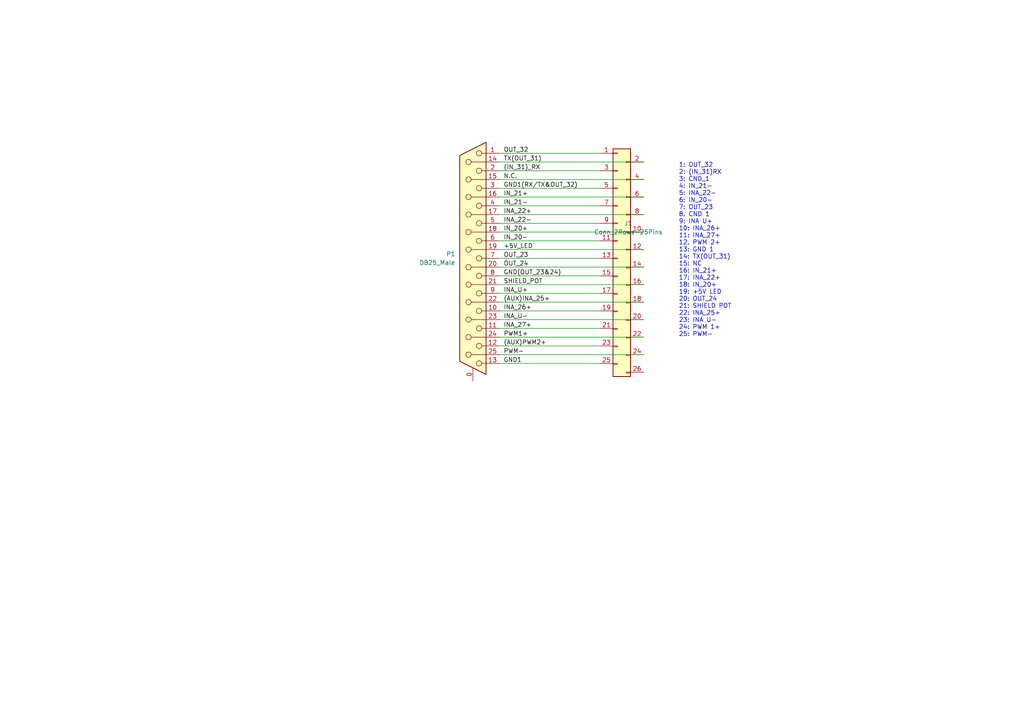
<source format=kicad_sch>
(kicad_sch (version 20230121) (generator eeschema)

  (uuid ce1d2711-1379-49b8-9e57-c2089d1aa167)

  (paper "A4")

  (lib_symbols
    (symbol "Connector:DB25_Receptacle_MountingHoles" (pin_names (offset 1.016) hide) (in_bom yes) (on_board yes)
      (property "Reference" "J" (at 0 36.83 0)
        (effects (font (size 1.27 1.27)))
      )
      (property "Value" "DB25_Receptacle_MountingHoles" (at 0 34.925 0)
        (effects (font (size 1.27 1.27)))
      )
      (property "Footprint" "" (at 0 0 0)
        (effects (font (size 1.27 1.27)) hide)
      )
      (property "Datasheet" " ~" (at 0 0 0)
        (effects (font (size 1.27 1.27)) hide)
      )
      (property "ki_keywords" "female receptacle D-SUB connector" (at 0 0 0)
        (effects (font (size 1.27 1.27)) hide)
      )
      (property "ki_description" "25-pin female receptacle socket D-SUB connector, Mounting Hole" (at 0 0 0)
        (effects (font (size 1.27 1.27)) hide)
      )
      (property "ki_fp_filters" "DSUB*Female*" (at 0 0 0)
        (effects (font (size 1.27 1.27)) hide)
      )
      (symbol "DB25_Receptacle_MountingHoles_0_1"
        (circle (center -1.778 -30.48) (radius 0.762)
          (stroke (width 0) (type default))
          (fill (type none))
        )
        (circle (center -1.778 -25.4) (radius 0.762)
          (stroke (width 0) (type default))
          (fill (type none))
        )
        (circle (center -1.778 -20.32) (radius 0.762)
          (stroke (width 0) (type default))
          (fill (type none))
        )
        (circle (center -1.778 -15.24) (radius 0.762)
          (stroke (width 0) (type default))
          (fill (type none))
        )
        (circle (center -1.778 -10.16) (radius 0.762)
          (stroke (width 0) (type default))
          (fill (type none))
        )
        (circle (center -1.778 -5.08) (radius 0.762)
          (stroke (width 0) (type default))
          (fill (type none))
        )
        (circle (center -1.778 0) (radius 0.762)
          (stroke (width 0) (type default))
          (fill (type none))
        )
        (circle (center -1.778 5.08) (radius 0.762)
          (stroke (width 0) (type default))
          (fill (type none))
        )
        (circle (center -1.778 10.16) (radius 0.762)
          (stroke (width 0) (type default))
          (fill (type none))
        )
        (circle (center -1.778 15.24) (radius 0.762)
          (stroke (width 0) (type default))
          (fill (type none))
        )
        (circle (center -1.778 20.32) (radius 0.762)
          (stroke (width 0) (type default))
          (fill (type none))
        )
        (circle (center -1.778 25.4) (radius 0.762)
          (stroke (width 0) (type default))
          (fill (type none))
        )
        (circle (center -1.778 30.48) (radius 0.762)
          (stroke (width 0) (type default))
          (fill (type none))
        )
        (polyline
          (pts
            (xy -3.81 -30.48)
            (xy -2.54 -30.48)
          )
          (stroke (width 0) (type default))
          (fill (type none))
        )
        (polyline
          (pts
            (xy -3.81 -27.94)
            (xy 0.508 -27.94)
          )
          (stroke (width 0) (type default))
          (fill (type none))
        )
        (polyline
          (pts
            (xy -3.81 -25.4)
            (xy -2.54 -25.4)
          )
          (stroke (width 0) (type default))
          (fill (type none))
        )
        (polyline
          (pts
            (xy -3.81 -22.86)
            (xy 0.508 -22.86)
          )
          (stroke (width 0) (type default))
          (fill (type none))
        )
        (polyline
          (pts
            (xy -3.81 -20.32)
            (xy -2.54 -20.32)
          )
          (stroke (width 0) (type default))
          (fill (type none))
        )
        (polyline
          (pts
            (xy -3.81 -17.78)
            (xy 0.508 -17.78)
          )
          (stroke (width 0) (type default))
          (fill (type none))
        )
        (polyline
          (pts
            (xy -3.81 -15.24)
            (xy -2.54 -15.24)
          )
          (stroke (width 0) (type default))
          (fill (type none))
        )
        (polyline
          (pts
            (xy -3.81 -12.7)
            (xy 0.508 -12.7)
          )
          (stroke (width 0) (type default))
          (fill (type none))
        )
        (polyline
          (pts
            (xy -3.81 -10.16)
            (xy -2.54 -10.16)
          )
          (stroke (width 0) (type default))
          (fill (type none))
        )
        (polyline
          (pts
            (xy -3.81 -7.62)
            (xy 0.508 -7.62)
          )
          (stroke (width 0) (type default))
          (fill (type none))
        )
        (polyline
          (pts
            (xy -3.81 -5.08)
            (xy -2.54 -5.08)
          )
          (stroke (width 0) (type default))
          (fill (type none))
        )
        (polyline
          (pts
            (xy -3.81 -2.54)
            (xy 0.508 -2.54)
          )
          (stroke (width 0) (type default))
          (fill (type none))
        )
        (polyline
          (pts
            (xy -3.81 0)
            (xy -2.54 0)
          )
          (stroke (width 0) (type default))
          (fill (type none))
        )
        (polyline
          (pts
            (xy -3.81 2.54)
            (xy 0.508 2.54)
          )
          (stroke (width 0) (type default))
          (fill (type none))
        )
        (polyline
          (pts
            (xy -3.81 5.08)
            (xy -2.54 5.08)
          )
          (stroke (width 0) (type default))
          (fill (type none))
        )
        (polyline
          (pts
            (xy -3.81 7.62)
            (xy 0.508 7.62)
          )
          (stroke (width 0) (type default))
          (fill (type none))
        )
        (polyline
          (pts
            (xy -3.81 10.16)
            (xy -2.54 10.16)
          )
          (stroke (width 0) (type default))
          (fill (type none))
        )
        (polyline
          (pts
            (xy -3.81 12.7)
            (xy 0.508 12.7)
          )
          (stroke (width 0) (type default))
          (fill (type none))
        )
        (polyline
          (pts
            (xy -3.81 15.24)
            (xy -2.54 15.24)
          )
          (stroke (width 0) (type default))
          (fill (type none))
        )
        (polyline
          (pts
            (xy -3.81 17.78)
            (xy 0.508 17.78)
          )
          (stroke (width 0) (type default))
          (fill (type none))
        )
        (polyline
          (pts
            (xy -3.81 20.32)
            (xy -2.54 20.32)
          )
          (stroke (width 0) (type default))
          (fill (type none))
        )
        (polyline
          (pts
            (xy -3.81 22.86)
            (xy 0.508 22.86)
          )
          (stroke (width 0) (type default))
          (fill (type none))
        )
        (polyline
          (pts
            (xy -3.81 25.4)
            (xy -2.54 25.4)
          )
          (stroke (width 0) (type default))
          (fill (type none))
        )
        (polyline
          (pts
            (xy -3.81 27.94)
            (xy 0.508 27.94)
          )
          (stroke (width 0) (type default))
          (fill (type none))
        )
        (polyline
          (pts
            (xy -3.81 30.48)
            (xy -2.54 30.48)
          )
          (stroke (width 0) (type default))
          (fill (type none))
        )
        (polyline
          (pts
            (xy -3.81 33.655)
            (xy 3.81 29.845)
            (xy 3.81 -29.845)
            (xy -3.81 -33.655)
            (xy -3.81 33.655)
          )
          (stroke (width 0.254) (type default))
          (fill (type background))
        )
        (circle (center 1.27 -27.94) (radius 0.762)
          (stroke (width 0) (type default))
          (fill (type none))
        )
        (circle (center 1.27 -22.86) (radius 0.762)
          (stroke (width 0) (type default))
          (fill (type none))
        )
        (circle (center 1.27 -17.78) (radius 0.762)
          (stroke (width 0) (type default))
          (fill (type none))
        )
        (circle (center 1.27 -12.7) (radius 0.762)
          (stroke (width 0) (type default))
          (fill (type none))
        )
        (circle (center 1.27 -7.62) (radius 0.762)
          (stroke (width 0) (type default))
          (fill (type none))
        )
        (circle (center 1.27 -2.54) (radius 0.762)
          (stroke (width 0) (type default))
          (fill (type none))
        )
        (circle (center 1.27 2.54) (radius 0.762)
          (stroke (width 0) (type default))
          (fill (type none))
        )
        (circle (center 1.27 7.62) (radius 0.762)
          (stroke (width 0) (type default))
          (fill (type none))
        )
        (circle (center 1.27 12.7) (radius 0.762)
          (stroke (width 0) (type default))
          (fill (type none))
        )
        (circle (center 1.27 17.78) (radius 0.762)
          (stroke (width 0) (type default))
          (fill (type none))
        )
        (circle (center 1.27 22.86) (radius 0.762)
          (stroke (width 0) (type default))
          (fill (type none))
        )
        (circle (center 1.27 27.94) (radius 0.762)
          (stroke (width 0) (type default))
          (fill (type none))
        )
      )
      (symbol "DB25_Receptacle_MountingHoles_1_1"
        (pin passive line (at 0 -35.56 90) (length 3.81)
          (name "PAD" (effects (font (size 1.27 1.27))))
          (number "0" (effects (font (size 1.27 1.27))))
        )
        (pin passive line (at -7.62 30.48 0) (length 3.81)
          (name "1" (effects (font (size 1.27 1.27))))
          (number "1" (effects (font (size 1.27 1.27))))
        )
        (pin passive line (at -7.62 -15.24 0) (length 3.81)
          (name "10" (effects (font (size 1.27 1.27))))
          (number "10" (effects (font (size 1.27 1.27))))
        )
        (pin passive line (at -7.62 -20.32 0) (length 3.81)
          (name "11" (effects (font (size 1.27 1.27))))
          (number "11" (effects (font (size 1.27 1.27))))
        )
        (pin passive line (at -7.62 -25.4 0) (length 3.81)
          (name "12" (effects (font (size 1.27 1.27))))
          (number "12" (effects (font (size 1.27 1.27))))
        )
        (pin passive line (at -7.62 -30.48 0) (length 3.81)
          (name "13" (effects (font (size 1.27 1.27))))
          (number "13" (effects (font (size 1.27 1.27))))
        )
        (pin passive line (at -7.62 27.94 0) (length 3.81)
          (name "P14" (effects (font (size 1.27 1.27))))
          (number "14" (effects (font (size 1.27 1.27))))
        )
        (pin passive line (at -7.62 22.86 0) (length 3.81)
          (name "P15" (effects (font (size 1.27 1.27))))
          (number "15" (effects (font (size 1.27 1.27))))
        )
        (pin passive line (at -7.62 17.78 0) (length 3.81)
          (name "P16" (effects (font (size 1.27 1.27))))
          (number "16" (effects (font (size 1.27 1.27))))
        )
        (pin passive line (at -7.62 12.7 0) (length 3.81)
          (name "P17" (effects (font (size 1.27 1.27))))
          (number "17" (effects (font (size 1.27 1.27))))
        )
        (pin passive line (at -7.62 7.62 0) (length 3.81)
          (name "P18" (effects (font (size 1.27 1.27))))
          (number "18" (effects (font (size 1.27 1.27))))
        )
        (pin passive line (at -7.62 2.54 0) (length 3.81)
          (name "P19" (effects (font (size 1.27 1.27))))
          (number "19" (effects (font (size 1.27 1.27))))
        )
        (pin passive line (at -7.62 25.4 0) (length 3.81)
          (name "2" (effects (font (size 1.27 1.27))))
          (number "2" (effects (font (size 1.27 1.27))))
        )
        (pin passive line (at -7.62 -2.54 0) (length 3.81)
          (name "P20" (effects (font (size 1.27 1.27))))
          (number "20" (effects (font (size 1.27 1.27))))
        )
        (pin passive line (at -7.62 -7.62 0) (length 3.81)
          (name "P21" (effects (font (size 1.27 1.27))))
          (number "21" (effects (font (size 1.27 1.27))))
        )
        (pin passive line (at -7.62 -12.7 0) (length 3.81)
          (name "P22" (effects (font (size 1.27 1.27))))
          (number "22" (effects (font (size 1.27 1.27))))
        )
        (pin passive line (at -7.62 -17.78 0) (length 3.81)
          (name "P23" (effects (font (size 1.27 1.27))))
          (number "23" (effects (font (size 1.27 1.27))))
        )
        (pin passive line (at -7.62 -22.86 0) (length 3.81)
          (name "P24" (effects (font (size 1.27 1.27))))
          (number "24" (effects (font (size 1.27 1.27))))
        )
        (pin passive line (at -7.62 -27.94 0) (length 3.81)
          (name "P25" (effects (font (size 1.27 1.27))))
          (number "25" (effects (font (size 1.27 1.27))))
        )
        (pin passive line (at -7.62 20.32 0) (length 3.81)
          (name "3" (effects (font (size 1.27 1.27))))
          (number "3" (effects (font (size 1.27 1.27))))
        )
        (pin passive line (at -7.62 15.24 0) (length 3.81)
          (name "4" (effects (font (size 1.27 1.27))))
          (number "4" (effects (font (size 1.27 1.27))))
        )
        (pin passive line (at -7.62 10.16 0) (length 3.81)
          (name "5" (effects (font (size 1.27 1.27))))
          (number "5" (effects (font (size 1.27 1.27))))
        )
        (pin passive line (at -7.62 5.08 0) (length 3.81)
          (name "6" (effects (font (size 1.27 1.27))))
          (number "6" (effects (font (size 1.27 1.27))))
        )
        (pin passive line (at -7.62 0 0) (length 3.81)
          (name "7" (effects (font (size 1.27 1.27))))
          (number "7" (effects (font (size 1.27 1.27))))
        )
        (pin passive line (at -7.62 -5.08 0) (length 3.81)
          (name "8" (effects (font (size 1.27 1.27))))
          (number "8" (effects (font (size 1.27 1.27))))
        )
        (pin passive line (at -7.62 -10.16 0) (length 3.81)
          (name "9" (effects (font (size 1.27 1.27))))
          (number "9" (effects (font (size 1.27 1.27))))
        )
      )
    )
    (symbol "Connector_Generic:Conn_2Rows-25Pins_L" (pin_names (offset 1.016) hide) (in_bom yes) (on_board yes)
      (property "Reference" "J" (at -1.905 60.96 0)
        (effects (font (size 1.27 1.27)))
      )
      (property "Value" "Conn_2Rows-25Pins" (at -8.255 29.21 0)
        (effects (font (size 1.27 1.27)))
      )
      (property "Footprint" "" (at -3.175 43.18 0)
        (effects (font (size 1.27 1.27)) hide)
      )
      (property "Datasheet" "~" (at -3.175 43.18 0)
        (effects (font (size 1.27 1.27)) hide)
      )
      (property "ki_keywords" "connector" (at 0 0 0)
        (effects (font (size 1.27 1.27)) hide)
      )
      (property "ki_description" "Generic connector, double row, 25 pins, odd/even pin numbering scheme (row 1 odd numbers, row 2 even numbers), script generated (kicad-library-utils/schlib/autogen/connector/)" (at 0 0 0)
        (effects (font (size 1.27 1.27)) hide)
      )
      (property "ki_fp_filters" "Connector*:*2Rows*Pins__* *FCC*2Rows*Pins__*" (at 0 0 0)
        (effects (font (size 1.27 1.27)) hide)
      )
      (symbol "Conn_2Rows-25Pins_L_1_1"
        (rectangle (start -4.445 -2.54) (end -3.175 -2.794)
          (stroke (width 0.1524) (type default))
          (fill (type none))
        )
        (rectangle (start -4.445 2.54) (end -3.175 2.286)
          (stroke (width 0.1524) (type default))
          (fill (type none))
        )
        (rectangle (start -4.445 7.62) (end -3.175 7.366)
          (stroke (width 0.1524) (type default))
          (fill (type none))
        )
        (rectangle (start -4.445 12.7) (end -3.175 12.446)
          (stroke (width 0.1524) (type default))
          (fill (type none))
        )
        (rectangle (start -4.445 17.78) (end -3.175 17.526)
          (stroke (width 0.1524) (type default))
          (fill (type none))
        )
        (rectangle (start -4.445 22.86) (end -3.175 22.606)
          (stroke (width 0.1524) (type default))
          (fill (type none))
        )
        (rectangle (start -4.445 28.067) (end -3.175 27.813)
          (stroke (width 0.1524) (type default))
          (fill (type none))
        )
        (rectangle (start -4.445 33.147) (end -3.175 32.893)
          (stroke (width 0.1524) (type default))
          (fill (type none))
        )
        (rectangle (start -4.445 38.227) (end -3.175 37.973)
          (stroke (width 0.1524) (type default))
          (fill (type none))
        )
        (rectangle (start -4.445 43.307) (end -3.175 43.053)
          (stroke (width 0.1524) (type default))
          (fill (type none))
        )
        (rectangle (start -4.445 48.387) (end -3.175 48.133)
          (stroke (width 0.1524) (type default))
          (fill (type none))
        )
        (rectangle (start -4.445 53.467) (end -3.175 53.213)
          (stroke (width 0.1524) (type default))
          (fill (type none))
        )
        (rectangle (start -4.445 58.547) (end -3.175 58.293)
          (stroke (width 0.1524) (type default))
          (fill (type none))
        )
        (rectangle (start -4.445 59.69) (end 0.635 -6.35)
          (stroke (width 0.254) (type default))
          (fill (type background))
        )
        (rectangle (start -0.635 -5.08) (end 0.635 -5.334)
          (stroke (width 0.1524) (type default))
          (fill (type none))
        )
        (rectangle (start -0.635 25.4) (end 0.635 25.146)
          (stroke (width 0.1524) (type default))
          (fill (type none))
        )
        (rectangle (start -0.635 56.007) (end 0.635 55.753)
          (stroke (width 0.1524) (type default))
          (fill (type none))
        )
        (rectangle (start 0.635 0) (end -0.635 -0.254)
          (stroke (width 0.1524) (type default))
          (fill (type none))
        )
        (rectangle (start 0.635 5.08) (end -0.635 4.826)
          (stroke (width 0.1524) (type default))
          (fill (type none))
        )
        (rectangle (start 0.635 10.16) (end -0.635 9.906)
          (stroke (width 0.1524) (type default))
          (fill (type none))
        )
        (rectangle (start 0.635 15.24) (end -0.635 14.986)
          (stroke (width 0.1524) (type default))
          (fill (type none))
        )
        (rectangle (start 0.635 20.32) (end -0.635 20.066)
          (stroke (width 0.1524) (type default))
          (fill (type none))
        )
        (rectangle (start 0.635 30.607) (end -0.635 30.353)
          (stroke (width 0.1524) (type default))
          (fill (type none))
        )
        (rectangle (start 0.635 35.687) (end -0.635 35.433)
          (stroke (width 0.1524) (type default))
          (fill (type none))
        )
        (rectangle (start 0.635 40.767) (end -0.635 40.513)
          (stroke (width 0.1524) (type default))
          (fill (type none))
        )
        (rectangle (start 0.635 45.847) (end -0.635 45.593)
          (stroke (width 0.1524) (type default))
          (fill (type none))
        )
        (rectangle (start 0.635 50.927) (end -0.635 50.673)
          (stroke (width 0.1524) (type default))
          (fill (type none))
        )
        (pin passive line (at -8.255 58.42 0) (length 3.81)
          (name "Pin_1" (effects (font (size 1.27 1.27))))
          (number "1" (effects (font (size 1.27 1.27))))
        )
        (pin passive line (at 4.445 35.56 180) (length 3.81)
          (name "Pin_10" (effects (font (size 1.27 1.27))))
          (number "10" (effects (font (size 1.27 1.27))))
        )
        (pin passive line (at -8.255 33.02 0) (length 3.81)
          (name "Pin_11" (effects (font (size 1.27 1.27))))
          (number "11" (effects (font (size 1.27 1.27))))
        )
        (pin passive line (at 4.445 30.48 180) (length 3.81)
          (name "Pin_12" (effects (font (size 1.27 1.27))))
          (number "12" (effects (font (size 1.27 1.27))))
        )
        (pin passive line (at -8.255 27.94 0) (length 3.81)
          (name "Pin_13" (effects (font (size 1.27 1.27))))
          (number "13" (effects (font (size 1.27 1.27))))
        )
        (pin passive line (at 4.445 25.4 180) (length 3.81)
          (name "Pin_14" (effects (font (size 1.27 1.27))))
          (number "14" (effects (font (size 1.27 1.27))))
        )
        (pin passive line (at -8.255 22.86 0) (length 3.81)
          (name "Pin_15" (effects (font (size 1.27 1.27))))
          (number "15" (effects (font (size 1.27 1.27))))
        )
        (pin passive line (at 4.445 20.32 180) (length 3.81)
          (name "Pin_16" (effects (font (size 1.27 1.27))))
          (number "16" (effects (font (size 1.27 1.27))))
        )
        (pin passive line (at -8.255 17.78 0) (length 3.81)
          (name "Pin_17" (effects (font (size 1.27 1.27))))
          (number "17" (effects (font (size 1.27 1.27))))
        )
        (pin passive line (at 4.445 15.24 180) (length 3.81)
          (name "Pin_18" (effects (font (size 1.27 1.27))))
          (number "18" (effects (font (size 1.27 1.27))))
        )
        (pin passive line (at -8.255 12.7 0) (length 3.81)
          (name "Pin_19" (effects (font (size 1.27 1.27))))
          (number "19" (effects (font (size 1.27 1.27))))
        )
        (pin passive line (at 4.445 55.88 180) (length 3.81)
          (name "Pin_2" (effects (font (size 1.27 1.27))))
          (number "2" (effects (font (size 1.27 1.27))))
        )
        (pin passive line (at 4.445 10.16 180) (length 3.81)
          (name "Pin_20" (effects (font (size 1.27 1.27))))
          (number "20" (effects (font (size 1.27 1.27))))
        )
        (pin passive line (at -8.255 7.62 0) (length 3.81)
          (name "Pin_21" (effects (font (size 1.27 1.27))))
          (number "21" (effects (font (size 1.27 1.27))))
        )
        (pin passive line (at 4.445 5.08 180) (length 3.81)
          (name "Pin_22" (effects (font (size 1.27 1.27))))
          (number "22" (effects (font (size 1.27 1.27))))
        )
        (pin passive line (at -8.255 2.54 0) (length 3.81)
          (name "Pin_23" (effects (font (size 1.27 1.27))))
          (number "23" (effects (font (size 1.27 1.27))))
        )
        (pin passive line (at 4.445 0 180) (length 3.81)
          (name "Pin_24" (effects (font (size 1.27 1.27))))
          (number "24" (effects (font (size 1.27 1.27))))
        )
        (pin passive line (at -8.255 -2.54 0) (length 3.81)
          (name "Pin_25" (effects (font (size 1.27 1.27))))
          (number "25" (effects (font (size 1.27 1.27))))
        )
        (pin passive line (at 4.445 -5.08 180) (length 3.81)
          (name "Pin_26" (effects (font (size 1.27 1.27))))
          (number "26" (effects (font (size 1.27 1.27))))
        )
        (pin passive line (at -8.255 53.34 0) (length 3.81)
          (name "Pin_3" (effects (font (size 1.27 1.27))))
          (number "3" (effects (font (size 1.27 1.27))))
        )
        (pin passive line (at 4.445 50.8 180) (length 3.81)
          (name "Pin_4" (effects (font (size 1.27 1.27))))
          (number "4" (effects (font (size 1.27 1.27))))
        )
        (pin passive line (at -8.255 48.26 0) (length 3.81)
          (name "Pin_5" (effects (font (size 1.27 1.27))))
          (number "5" (effects (font (size 1.27 1.27))))
        )
        (pin passive line (at 4.445 45.72 180) (length 3.81)
          (name "Pin_6" (effects (font (size 1.27 1.27))))
          (number "6" (effects (font (size 1.27 1.27))))
        )
        (pin passive line (at -8.255 43.18 0) (length 3.81)
          (name "Pin_7" (effects (font (size 1.27 1.27))))
          (number "7" (effects (font (size 1.27 1.27))))
        )
        (pin passive line (at 4.445 40.64 180) (length 3.81)
          (name "Pin_8" (effects (font (size 1.27 1.27))))
          (number "8" (effects (font (size 1.27 1.27))))
        )
        (pin passive line (at -8.255 38.1 0) (length 3.81)
          (name "Pin_9" (effects (font (size 1.27 1.27))))
          (number "9" (effects (font (size 1.27 1.27))))
        )
      )
    )
  )


  (wire (pts (xy 173.99 74.93) (xy 144.78 74.93))
    (stroke (width 0) (type default))
    (uuid 1cc95226-a05d-48e6-a3af-895b01e9c823)
  )
  (wire (pts (xy 144.78 62.23) (xy 186.69 62.23))
    (stroke (width 0) (type default))
    (uuid 23fb3634-6a2e-4915-b2d6-89a68cc4b9a6)
  )
  (wire (pts (xy 186.69 72.39) (xy 144.78 72.39))
    (stroke (width 0) (type default))
    (uuid 2c579d02-579c-49a1-84cd-cc002e3d6a6d)
  )
  (wire (pts (xy 186.69 52.07) (xy 144.78 52.07))
    (stroke (width 0) (type default))
    (uuid 30291867-3b73-4842-a280-9d934f690ac7)
  )
  (wire (pts (xy 186.69 87.63) (xy 144.78 87.63))
    (stroke (width 0) (type default))
    (uuid 3123ac65-d3c8-4519-8cf8-a220541176bb)
  )
  (wire (pts (xy 186.69 57.15) (xy 144.78 57.15))
    (stroke (width 0) (type default))
    (uuid 33f8ee70-5f48-4706-9b54-c730a7968d12)
  )
  (wire (pts (xy 186.69 77.47) (xy 144.78 77.47))
    (stroke (width 0) (type default))
    (uuid 39fa9563-8ef2-48ff-8c27-2f32a49faa1c)
  )
  (wire (pts (xy 173.99 49.53) (xy 144.78 49.53))
    (stroke (width 0) (type default))
    (uuid 3f46d323-2a33-4052-bcef-90f6eb295fe3)
  )
  (wire (pts (xy 173.99 85.09) (xy 144.78 85.09))
    (stroke (width 0) (type default))
    (uuid 43880a93-a4c2-403a-85b1-c43e3dd1a12a)
  )
  (wire (pts (xy 173.99 90.17) (xy 144.78 90.17))
    (stroke (width 0) (type default))
    (uuid 54ade545-9235-4eeb-9bbc-aa7fc3433cc8)
  )
  (wire (pts (xy 186.69 92.71) (xy 144.78 92.71))
    (stroke (width 0) (type default))
    (uuid 558c88eb-8dbe-4ffa-ad89-27a8b3f4ddd4)
  )
  (wire (pts (xy 186.69 97.79) (xy 144.78 97.79))
    (stroke (width 0) (type default))
    (uuid 5fa832c0-7332-436d-bc3c-6291240b8d0b)
  )
  (wire (pts (xy 173.99 100.33) (xy 144.78 100.33))
    (stroke (width 0) (type default))
    (uuid 604a2e76-3d47-43d2-8607-45a2401fdc96)
  )
  (wire (pts (xy 173.99 59.69) (xy 144.78 59.69))
    (stroke (width 0) (type default))
    (uuid 63cf31a6-6a5f-4636-92be-22e564f9ba08)
  )
  (wire (pts (xy 173.99 44.45) (xy 144.78 44.45))
    (stroke (width 0) (type default))
    (uuid 74e5cc51-c88a-4502-9414-3674ec6223b1)
  )
  (wire (pts (xy 173.99 80.01) (xy 144.78 80.01))
    (stroke (width 0) (type default))
    (uuid 8da0872d-9992-4c22-b476-27bde9415ef3)
  )
  (wire (pts (xy 186.69 102.87) (xy 144.78 102.87))
    (stroke (width 0) (type default))
    (uuid 8e1fc0bd-0398-40f6-8230-c7a65ab8d161)
  )
  (wire (pts (xy 186.69 82.55) (xy 144.78 82.55))
    (stroke (width 0) (type default))
    (uuid 996156c4-25ab-4ef0-8378-4cefa691eed2)
  )
  (wire (pts (xy 186.69 46.99) (xy 144.78 46.99))
    (stroke (width 0) (type default))
    (uuid 9e33da6f-0dd2-4905-87e3-812d2ce63e32)
  )
  (wire (pts (xy 173.99 95.25) (xy 144.78 95.25))
    (stroke (width 0) (type default))
    (uuid af860d88-032f-423a-ab1f-af56ea1c2328)
  )
  (wire (pts (xy 173.99 69.85) (xy 144.78 69.85))
    (stroke (width 0) (type default))
    (uuid d4cb84c3-955b-4750-9ba2-0b5ede4b0357)
  )
  (wire (pts (xy 173.99 54.61) (xy 144.78 54.61))
    (stroke (width 0) (type default))
    (uuid d6113dee-9374-43d2-9438-5c826063366d)
  )
  (wire (pts (xy 144.78 64.77) (xy 173.99 64.77))
    (stroke (width 0) (type default))
    (uuid f22dbaba-1900-4946-9558-62e80788d3a0)
  )
  (wire (pts (xy 186.69 67.31) (xy 144.78 67.31))
    (stroke (width 0) (type default))
    (uuid f6e2d54b-f7fc-43b1-94e7-28f48d51d130)
  )
  (wire (pts (xy 173.99 105.41) (xy 144.78 105.41))
    (stroke (width 0) (type default))
    (uuid fcfc4330-72d7-4856-88b5-f9375807cf23)
  )

  (text "1: OUT_32\n2: (IN_31)RX\n3: CND_1\n4: IN_21-\n5: INA_22-\n6: IN_20-\n7: OUT_23\n8. CND 1\n9: INA U+\n10: INA_26+\n11: INA_27+\n12. PWM 2+\n13: GND 1\n14: TX(OUT_31)\n15: NC\n16: IN_21+\n17: INA_22+\n18: IN_20+\n19: +5V LED\n20: OUT_24\n21: SHIELD POT\n22: INA_25+\n23: INA U-\n24: PWM 1+\n25: PWM-"
    (at 196.85 97.79 0)
    (effects (font (size 1.27 1.27)) (justify left bottom))
    (uuid dc1842e2-4816-4f99-a416-1b353b69968a)
  )

  (label "INA_22-" (at 146.05 64.77 0) (fields_autoplaced)
    (effects (font (size 1.27 1.27)) (justify left bottom))
    (uuid 04b2baea-9409-4519-a503-b1eac6335c81)
  )
  (label "GND(OUT_23&24)" (at 146.05 80.01 0) (fields_autoplaced)
    (effects (font (size 1.27 1.27)) (justify left bottom))
    (uuid 06cb17eb-3d02-40d4-bd61-14d589f46e50)
  )
  (label "IN_21+" (at 146.05 57.15 0) (fields_autoplaced)
    (effects (font (size 1.27 1.27)) (justify left bottom))
    (uuid 127baf83-fa14-44ea-83c9-17b359c18c8a)
  )
  (label "OUT_23" (at 146.05 74.93 0) (fields_autoplaced)
    (effects (font (size 1.27 1.27)) (justify left bottom))
    (uuid 1c38a009-60a8-4cb4-97b9-8812bacc84d1)
  )
  (label "OUT_24" (at 146.05 77.47 0) (fields_autoplaced)
    (effects (font (size 1.27 1.27)) (justify left bottom))
    (uuid 284f85ee-9838-49f5-874d-a93d5c45e2a0)
  )
  (label "IN_21-" (at 146.05 59.69 0) (fields_autoplaced)
    (effects (font (size 1.27 1.27)) (justify left bottom))
    (uuid 3808b4a9-6c2d-4c1b-af4a-a822c29f077a)
  )
  (label "(IN_31)_RX" (at 146.05 49.53 0) (fields_autoplaced)
    (effects (font (size 1.27 1.27)) (justify left bottom))
    (uuid 42ea57b4-6c6e-4d23-be91-9c0f0ce7bafb)
  )
  (label "(AUX)INA_25+" (at 146.05 87.63 0) (fields_autoplaced)
    (effects (font (size 1.27 1.27)) (justify left bottom))
    (uuid 4ab56362-d6d3-4dd1-90ed-52a70ca44df8)
  )
  (label "INA_22+" (at 146.05 62.23 0) (fields_autoplaced)
    (effects (font (size 1.27 1.27)) (justify left bottom))
    (uuid 5487c070-8e95-4d83-a8d7-3453348ea9e0)
  )
  (label "INA_U+" (at 146.05 85.09 0) (fields_autoplaced)
    (effects (font (size 1.27 1.27)) (justify left bottom))
    (uuid 750bfa0a-c76d-46a2-8a49-8779c7f45195)
  )
  (label "PWM-" (at 146.05 102.87 0) (fields_autoplaced)
    (effects (font (size 1.27 1.27)) (justify left bottom))
    (uuid 79bf0842-2383-452d-9970-8c7907e16aa2)
  )
  (label "PWM1+" (at 146.05 97.79 0) (fields_autoplaced)
    (effects (font (size 1.27 1.27)) (justify left bottom))
    (uuid 9b7f4814-9b32-4adf-87f5-7764580fce42)
  )
  (label "TX(OUT_31)" (at 146.05 46.99 0) (fields_autoplaced)
    (effects (font (size 1.27 1.27)) (justify left bottom))
    (uuid b9cfabd8-5bd3-403a-9602-8c6d5f6e128c)
  )
  (label "SHIELD_POT" (at 146.05 82.55 0) (fields_autoplaced)
    (effects (font (size 1.27 1.27)) (justify left bottom))
    (uuid bb8d5572-48da-4b0a-bf2f-87bf1f57e399)
  )
  (label "OUT_32" (at 146.05 44.45 0) (fields_autoplaced)
    (effects (font (size 1.27 1.27)) (justify left bottom))
    (uuid c3b50304-f279-45a1-9212-30f2270ee485)
  )
  (label "(AUX)PWM2+" (at 146.05 100.33 0) (fields_autoplaced)
    (effects (font (size 1.27 1.27)) (justify left bottom))
    (uuid d1dd6ef8-9a4d-4c28-bc4a-ce18ae17e34a)
  )
  (label "IN_20+" (at 146.05 67.31 0) (fields_autoplaced)
    (effects (font (size 1.27 1.27)) (justify left bottom))
    (uuid d7b5e8e7-1e4e-4a44-97ab-e5d521f67219)
  )
  (label "N.C." (at 146.05 52.07 0) (fields_autoplaced)
    (effects (font (size 1.27 1.27)) (justify left bottom))
    (uuid dd7b8931-6c15-460e-8639-700365908d79)
  )
  (label "IN_20-" (at 146.05 69.85 0) (fields_autoplaced)
    (effects (font (size 1.27 1.27)) (justify left bottom))
    (uuid e14e37d7-711f-4adb-83e7-f850da2d8b77)
  )
  (label "INA_U-" (at 146.05 92.71 0) (fields_autoplaced)
    (effects (font (size 1.27 1.27)) (justify left bottom))
    (uuid e43ae073-dd64-408c-ace2-f94ca638f7f6)
  )
  (label "INA_27+" (at 146.05 95.25 0) (fields_autoplaced)
    (effects (font (size 1.27 1.27)) (justify left bottom))
    (uuid e562d02d-d690-4462-bdee-42999ab551d9)
  )
  (label "GND1(RX{slash}TX&OUT_32)" (at 146.05 54.61 0) (fields_autoplaced)
    (effects (font (size 1.27 1.27)) (justify left bottom))
    (uuid f404a099-a22b-477f-843b-b754a551963f)
  )
  (label "GND1" (at 146.05 105.41 0) (fields_autoplaced)
    (effects (font (size 1.27 1.27)) (justify left bottom))
    (uuid f65d9762-36e0-4177-a89f-cfcf1c1af55a)
  )
  (label "+5V_LED" (at 146.05 72.39 0) (fields_autoplaced)
    (effects (font (size 1.27 1.27)) (justify left bottom))
    (uuid f97f33fc-2b7b-4c68-9387-a50be4dd6b97)
  )
  (label "INA_26+" (at 146.05 90.17 0) (fields_autoplaced)
    (effects (font (size 1.27 1.27)) (justify left bottom))
    (uuid fa3c12fd-b283-4b1f-84de-054857075032)
  )

  (symbol (lib_id "Connector_Generic:Conn_2Rows-25Pins_L") (at 182.245 102.87 0) (unit 1)
    (in_bom yes) (on_board yes) (dnp no)
    (uuid 4207336e-97f6-4533-a9d4-40fb583dbc06)
    (property "Reference" "J1" (at 182.245 64.77 0)
      (effects (font (size 1.27 1.27)))
    )
    (property "Value" "Conn_2Rows-25Pins" (at 182.245 67.31 0)
      (effects (font (size 1.27 1.27)))
    )
    (property "Footprint" "Connector_PinHeader_2.54mm:PinHeader_2x13_P2.54mm_Vertical" (at 180.975 86.36 0)
      (effects (font (size 1.27 1.27)) hide)
    )
    (property "Datasheet" "~" (at 180.975 86.36 0)
      (effects (font (size 1.27 1.27)) hide)
    )
    (pin "11" (uuid fe5c580f-35ee-458d-9229-837a5556d0a3))
    (pin "12" (uuid 2de74327-09ec-4b05-95db-87d4da68eab2))
    (pin "18" (uuid 09b67c84-5690-4609-b734-c9e541bdd16f))
    (pin "4" (uuid 095ade95-e7aa-435f-ba22-6dc012683eb2))
    (pin "6" (uuid e8c2d45c-faa0-4546-a79c-e7a31dac6745))
    (pin "20" (uuid 2286b410-13d1-4f1e-bf91-00336bad31f3))
    (pin "9" (uuid 2ad93695-8d4f-4e30-83de-390e499ae8c6))
    (pin "23" (uuid a1040209-e846-4941-b3ec-68c825a1ae7d))
    (pin "16" (uuid 5aed74ca-c46b-4c91-9eb7-3420accf6794))
    (pin "25" (uuid 474aca86-da2d-4a8b-86c1-3191b8ccf002))
    (pin "19" (uuid f578ab96-c762-4dfd-962a-e5903e34003d))
    (pin "2" (uuid b1517647-df0c-43a0-a00f-a584b54d2e5e))
    (pin "22" (uuid a586f663-9a45-476a-9654-c60a1f7393eb))
    (pin "15" (uuid c1b6c595-8192-4b68-a9c3-5cb521512518))
    (pin "13" (uuid 00ee346b-38c9-4d1a-9938-2ff770ccbca9))
    (pin "7" (uuid 1095df45-bb98-412e-89ac-6b923a4bfdda))
    (pin "10" (uuid 82f5e5ae-07c3-4636-ba6b-933330a21fb6))
    (pin "3" (uuid 701d899f-553a-4277-ab22-b81302af4419))
    (pin "5" (uuid 56e58db9-83dd-4068-aefe-5328f87502e6))
    (pin "14" (uuid deacb8a7-84d1-45bb-8402-4e4ec3caeff8))
    (pin "17" (uuid d443be46-9829-48b5-afa1-f43d399bc00c))
    (pin "24" (uuid 63edf615-5589-4c6d-bbd2-0712c40cac4b))
    (pin "8" (uuid 314730e5-e83b-4fd8-8f33-fd35a374cbba))
    (pin "21" (uuid 7d7fe3a7-33f4-42bf-afcf-14e4a43820f8))
    (pin "1" (uuid 728a755e-bd1b-4f41-a347-0f66b7507f07))
    (pin "26" (uuid 06d52d57-5ea3-4a78-b2c2-fe7aa8b4597f))
    (instances
      (project "P1_DSUB25_Male_V0"
        (path "/ce1d2711-1379-49b8-9e57-c2089d1aa167"
          (reference "J1") (unit 1)
        )
      )
    )
  )

  (symbol (lib_id "Connector:DB25_Receptacle_MountingHoles") (at 137.16 74.93 0) (mirror y) (unit 1)
    (in_bom yes) (on_board yes) (dnp no)
    (uuid c929d9b7-2844-43b9-a004-f87932aca9aa)
    (property "Reference" "P1" (at 132.08 73.66 0)
      (effects (font (size 1.27 1.27)) (justify left))
    )
    (property "Value" "DB25_Male" (at 132.08 76.2 0)
      (effects (font (size 1.27 1.27)) (justify left))
    )
    (property "Footprint" "Connector_Dsub:DSUB-25_Male_EdgeMount_P2.77mm_1" (at 137.16 74.93 0)
      (effects (font (size 1.27 1.27)) hide)
    )
    (property "Datasheet" "https://cdn.amphenol-cs.com/media/wysiwyg/files/documentation/datasheet/inputoutput/io_dsub_brochure.pdf" (at 137.16 74.93 0)
      (effects (font (size 1.27 1.27)) hide)
    )
    (property "MPN" "DB25P064HTXLF" (at 137.16 74.93 0)
      (effects (font (size 1.27 1.27)) hide)
    )
    (property "Link" "https://www.digikey.jp/en/products/detail/amphenol-cs-fci/DB25P064HTXLF/1539659" (at 137.16 74.93 0)
      (effects (font (size 1.27 1.27)) hide)
    )
    (property "Description" "CONN D-SUB PLUG 25POS SLDR CUP" (at 137.16 74.93 0)
      (effects (font (size 1.27 1.27)) hide)
    )
    (pin "8" (uuid adbd4921-94c5-44bd-bf8b-2b794b1d7fe7))
    (pin "18" (uuid d70a9942-ffd3-4c9e-9b76-252ccb5f825e))
    (pin "22" (uuid 4eb1834b-a216-4aa8-90f3-9539e4e274fa))
    (pin "2" (uuid 4a59181d-170e-4a5b-9050-9892c8dfc909))
    (pin "23" (uuid 2efd2eda-4c8c-4377-9b3f-0bafe447d5c3))
    (pin "6" (uuid fa82c019-99ec-4251-bc4d-b5f163e2e9f3))
    (pin "16" (uuid 759fa3ba-03bc-4022-b0d7-08dd7696eca9))
    (pin "17" (uuid 064aaaaf-c663-44eb-8fb8-3ad00dbd926b))
    (pin "11" (uuid 2e40e206-4e68-4960-ac5a-66d9ec89ac3b))
    (pin "0" (uuid 70f0bc9d-3af5-4579-91d4-f9d286a4f2d2))
    (pin "1" (uuid 87584512-2cc2-41d1-bf0d-1c1391220df3))
    (pin "4" (uuid 3f35da80-3e31-481e-b4ad-c93ace7876c3))
    (pin "24" (uuid cd1d2f9a-5422-4830-a3a3-358eb481643d))
    (pin "13" (uuid 7670e114-b45d-46ad-b808-216a816cf18d))
    (pin "12" (uuid 49683c32-81ff-484b-8349-4604cb9ebb53))
    (pin "15" (uuid 43406ffb-7cef-4643-9eeb-2f220c5ef233))
    (pin "5" (uuid 88223bfa-0066-49da-93ea-fa5fcc247c9c))
    (pin "21" (uuid 2ced4ec6-97e6-4634-a95b-974d7d5f9637))
    (pin "20" (uuid 1f5e02f6-1cfa-429a-bbd4-33cb82ea2daf))
    (pin "19" (uuid ecb0189e-d585-4e4a-b2a3-682815e53050))
    (pin "14" (uuid 00d565ca-cf9c-4ccd-810b-674c6cb84eb5))
    (pin "3" (uuid 58c0515f-aed7-4bfb-9133-7eef88253b91))
    (pin "7" (uuid a9faccac-06bf-4ed0-a378-1dadc0713936))
    (pin "9" (uuid 17c834da-e5ae-48ba-b51f-e637aa3aa047))
    (pin "10" (uuid 2d6e3303-bf2c-4e67-bb91-d5ce84f43d0f))
    (pin "25" (uuid c92e4080-21de-4765-97d3-997307aa27a9))
    (instances
      (project "P1_DSUB25_Male_V0"
        (path "/ce1d2711-1379-49b8-9e57-c2089d1aa167"
          (reference "P1") (unit 1)
        )
      )
    )
  )

  (sheet_instances
    (path "/" (page "1"))
  )
)

</source>
